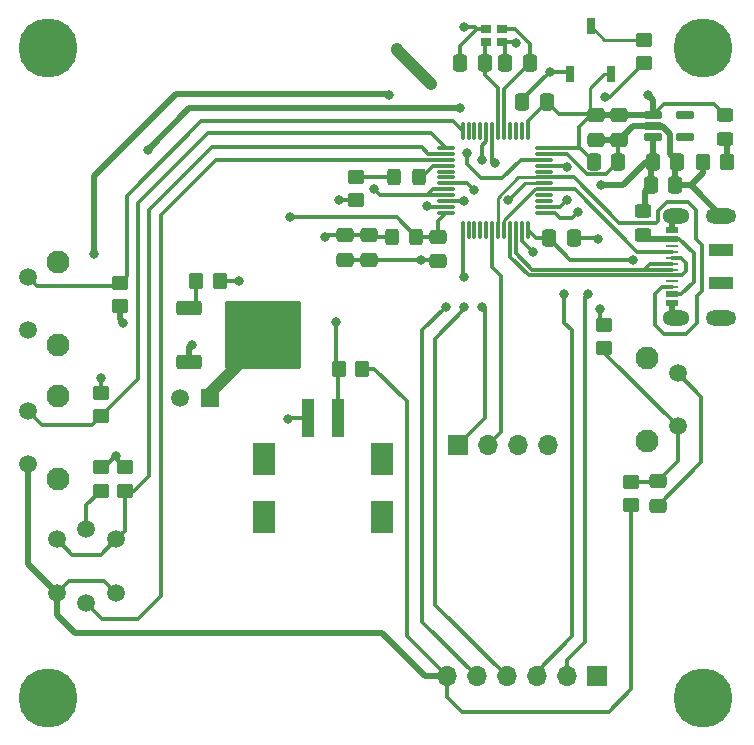
<source format=gbr>
%TF.GenerationSoftware,KiCad,Pcbnew,8.0.3*%
%TF.CreationDate,2024-07-18T14:45:25+02:00*%
%TF.ProjectId,usb-pd-mch-hotplate,7573622d-7064-42d6-9d63-682d686f7470,rev?*%
%TF.SameCoordinates,Original*%
%TF.FileFunction,Copper,L1,Top*%
%TF.FilePolarity,Positive*%
%FSLAX46Y46*%
G04 Gerber Fmt 4.6, Leading zero omitted, Abs format (unit mm)*
G04 Created by KiCad (PCBNEW 8.0.3) date 2024-07-18 14:45:25*
%MOMM*%
%LPD*%
G01*
G04 APERTURE LIST*
G04 Aperture macros list*
%AMRoundRect*
0 Rectangle with rounded corners*
0 $1 Rounding radius*
0 $2 $3 $4 $5 $6 $7 $8 $9 X,Y pos of 4 corners*
0 Add a 4 corners polygon primitive as box body*
4,1,4,$2,$3,$4,$5,$6,$7,$8,$9,$2,$3,0*
0 Add four circle primitives for the rounded corners*
1,1,$1+$1,$2,$3*
1,1,$1+$1,$4,$5*
1,1,$1+$1,$6,$7*
1,1,$1+$1,$8,$9*
0 Add four rect primitives between the rounded corners*
20,1,$1+$1,$2,$3,$4,$5,0*
20,1,$1+$1,$4,$5,$6,$7,0*
20,1,$1+$1,$6,$7,$8,$9,0*
20,1,$1+$1,$8,$9,$2,$3,0*%
G04 Aperture macros list end*
%TA.AperFunction,SMDPad,CuDef*%
%ADD10RoundRect,0.250000X-0.475000X0.337500X-0.475000X-0.337500X0.475000X-0.337500X0.475000X0.337500X0*%
%TD*%
%TA.AperFunction,ComponentPad*%
%ADD11R,1.700000X1.700000*%
%TD*%
%TA.AperFunction,ComponentPad*%
%ADD12O,1.700000X1.700000*%
%TD*%
%TA.AperFunction,SMDPad,CuDef*%
%ADD13RoundRect,0.250000X-0.337500X-0.475000X0.337500X-0.475000X0.337500X0.475000X-0.337500X0.475000X0*%
%TD*%
%TA.AperFunction,SMDPad,CuDef*%
%ADD14RoundRect,0.250000X0.450000X-0.350000X0.450000X0.350000X-0.450000X0.350000X-0.450000X-0.350000X0*%
%TD*%
%TA.AperFunction,SMDPad,CuDef*%
%ADD15RoundRect,0.250000X0.475000X-0.337500X0.475000X0.337500X-0.475000X0.337500X-0.475000X-0.337500X0*%
%TD*%
%TA.AperFunction,ComponentPad*%
%ADD16C,0.800000*%
%TD*%
%TA.AperFunction,ComponentPad*%
%ADD17C,5.000000*%
%TD*%
%TA.AperFunction,SMDPad,CuDef*%
%ADD18RoundRect,0.250000X0.325000X0.450000X-0.325000X0.450000X-0.325000X-0.450000X0.325000X-0.450000X0*%
%TD*%
%TA.AperFunction,ComponentPad*%
%ADD19C,1.500000*%
%TD*%
%TA.AperFunction,ComponentPad*%
%ADD20C,1.950000*%
%TD*%
%TA.AperFunction,SMDPad,CuDef*%
%ADD21RoundRect,0.250000X0.450000X-0.325000X0.450000X0.325000X-0.450000X0.325000X-0.450000X-0.325000X0*%
%TD*%
%TA.AperFunction,SMDPad,CuDef*%
%ADD22RoundRect,0.250000X-0.450000X0.350000X-0.450000X-0.350000X0.450000X-0.350000X0.450000X0.350000X0*%
%TD*%
%TA.AperFunction,SMDPad,CuDef*%
%ADD23RoundRect,0.162500X-0.617500X-0.162500X0.617500X-0.162500X0.617500X0.162500X-0.617500X0.162500X0*%
%TD*%
%TA.AperFunction,SMDPad,CuDef*%
%ADD24RoundRect,0.250000X-0.325000X-0.450000X0.325000X-0.450000X0.325000X0.450000X-0.325000X0.450000X0*%
%TD*%
%TA.AperFunction,SMDPad,CuDef*%
%ADD25R,0.900000X0.800000*%
%TD*%
%TA.AperFunction,SMDPad,CuDef*%
%ADD26R,0.800000X1.400000*%
%TD*%
%TA.AperFunction,ComponentPad*%
%ADD27R,1.500000X1.500000*%
%TD*%
%TA.AperFunction,SMDPad,CuDef*%
%ADD28RoundRect,0.250000X0.350000X0.450000X-0.350000X0.450000X-0.350000X-0.450000X0.350000X-0.450000X0*%
%TD*%
%TA.AperFunction,SMDPad,CuDef*%
%ADD29R,2.000000X1.000000*%
%TD*%
%TA.AperFunction,SMDPad,CuDef*%
%ADD30R,1.000000X0.520000*%
%TD*%
%TA.AperFunction,SMDPad,CuDef*%
%ADD31R,1.000000X0.270000*%
%TD*%
%TA.AperFunction,ComponentPad*%
%ADD32O,2.300000X1.300000*%
%TD*%
%TA.AperFunction,ComponentPad*%
%ADD33O,2.600000X1.300000*%
%TD*%
%TA.AperFunction,SMDPad,CuDef*%
%ADD34RoundRect,0.250000X0.337500X0.475000X-0.337500X0.475000X-0.337500X-0.475000X0.337500X-0.475000X0*%
%TD*%
%TA.AperFunction,SMDPad,CuDef*%
%ADD35R,1.020000X3.200000*%
%TD*%
%TA.AperFunction,SMDPad,CuDef*%
%ADD36R,1.950000X2.700000*%
%TD*%
%TA.AperFunction,SMDPad,CuDef*%
%ADD37RoundRect,0.250000X-0.850000X-0.350000X0.850000X-0.350000X0.850000X0.350000X-0.850000X0.350000X0*%
%TD*%
%TA.AperFunction,SMDPad,CuDef*%
%ADD38RoundRect,0.250000X-1.275000X-1.125000X1.275000X-1.125000X1.275000X1.125000X-1.275000X1.125000X0*%
%TD*%
%TA.AperFunction,SMDPad,CuDef*%
%ADD39RoundRect,0.249997X-2.950003X-2.650003X2.950003X-2.650003X2.950003X2.650003X-2.950003X2.650003X0*%
%TD*%
%TA.AperFunction,SMDPad,CuDef*%
%ADD40RoundRect,0.075000X-0.075000X0.662500X-0.075000X-0.662500X0.075000X-0.662500X0.075000X0.662500X0*%
%TD*%
%TA.AperFunction,SMDPad,CuDef*%
%ADD41RoundRect,0.075000X-0.662500X0.075000X-0.662500X-0.075000X0.662500X-0.075000X0.662500X0.075000X0*%
%TD*%
%TA.AperFunction,ViaPad*%
%ADD42C,0.800000*%
%TD*%
%TA.AperFunction,Conductor*%
%ADD43C,0.300000*%
%TD*%
%TA.AperFunction,Conductor*%
%ADD44C,0.500000*%
%TD*%
%TA.AperFunction,Conductor*%
%ADD45C,0.250000*%
%TD*%
%TA.AperFunction,Conductor*%
%ADD46C,1.000000*%
%TD*%
G04 APERTURE END LIST*
D10*
%TO.P,C5,1*%
%TO.N,+3V3*%
X146700000Y-79562500D03*
%TO.P,C5,2*%
%TO.N,GND*%
X146700000Y-81637500D03*
%TD*%
D11*
%TO.P,J4,1,Pin_1*%
%TO.N,GND*%
X160100000Y-116800000D03*
D12*
%TO.P,J4,2,Pin_2*%
%TO.N,/SWDIO*%
X157560000Y-116800000D03*
%TO.P,J4,3,Pin_3*%
%TO.N,/SWCLK*%
X155020000Y-116800000D03*
%TO.P,J4,4,Pin_4*%
%TO.N,/UART_RX*%
X152480000Y-116800000D03*
%TO.P,J4,5,Pin_5*%
%TO.N,/UART_TX*%
X149940000Y-116800000D03*
%TO.P,J4,6,Pin_6*%
%TO.N,+3V3*%
X147400000Y-116800000D03*
%TD*%
D13*
%TO.P,C4,1*%
%TO.N,+3V3*%
X156062500Y-79700000D03*
%TO.P,C4,2*%
%TO.N,GND*%
X158137500Y-79700000D03*
%TD*%
D14*
%TO.P,R10,1*%
%TO.N,GND*%
X119700000Y-85450000D03*
%TO.P,R10,2*%
%TO.N,/BTN_UP*%
X119700000Y-83450000D03*
%TD*%
D15*
%TO.P,C1,1*%
%TO.N,GND*%
X160000000Y-71337500D03*
%TO.P,C1,2*%
%TO.N,+3V3*%
X160000000Y-69262500D03*
%TD*%
D16*
%TO.P,H3,1,1*%
%TO.N,GND*%
X111725000Y-118600000D03*
X112274175Y-117274175D03*
X112274175Y-119925825D03*
X113600000Y-116725000D03*
D17*
X113600000Y-118600000D03*
D16*
X113600000Y-120475000D03*
X114925825Y-117274175D03*
X114925825Y-119925825D03*
X115475000Y-118600000D03*
%TD*%
D15*
%TO.P,C12,1*%
%TO.N,GND*%
X162000000Y-71337500D03*
%TO.P,C12,2*%
%TO.N,+3V3*%
X162000000Y-69262500D03*
%TD*%
D18*
%TO.P,L1,1*%
%TO.N,+3V3*%
X144825000Y-79600000D03*
%TO.P,L1,2*%
%TO.N,+3.3VA*%
X142775000Y-79600000D03*
%TD*%
D16*
%TO.P,H1,1,1*%
%TO.N,GND*%
X167225000Y-63600000D03*
X167774175Y-62274175D03*
X167774175Y-64925825D03*
X169100000Y-61725000D03*
D17*
X169100000Y-63600000D03*
D16*
X169100000Y-65475000D03*
X170425825Y-62274175D03*
X170425825Y-64925825D03*
X170975000Y-63600000D03*
%TD*%
%TO.P,H4,1,1*%
%TO.N,GND*%
X167225000Y-118600000D03*
X167774175Y-117274175D03*
X167774175Y-119925825D03*
X169100000Y-116725000D03*
D17*
X169100000Y-118600000D03*
D16*
X169100000Y-120475000D03*
X170425825Y-117274175D03*
X170425825Y-119925825D03*
X170975000Y-118600000D03*
%TD*%
D13*
%TO.P,C2,1*%
%TO.N,VBUS*%
X164662500Y-75200000D03*
%TO.P,C2,2*%
%TO.N,GND*%
X166737500Y-75200000D03*
%TD*%
D10*
%TO.P,C11,1*%
%TO.N,Net-(C11-Pad1)*%
X165250000Y-100262500D03*
%TO.P,C11,2*%
%TO.N,GND*%
X165250000Y-102337500D03*
%TD*%
D13*
%TO.P,C3,1*%
%TO.N,+3V3*%
X159862500Y-73200000D03*
%TO.P,C3,2*%
%TO.N,GND*%
X161937500Y-73200000D03*
%TD*%
D19*
%TO.P,BTN_UP,1,1*%
%TO.N,/BTN_UP*%
X111950000Y-82950000D03*
%TO.P,BTN_UP,2,2*%
%TO.N,+3V3*%
X111950000Y-87450000D03*
D20*
%TO.P,BTN_UP,MH1*%
%TO.N,N/C*%
X114500000Y-81700000D03*
%TO.P,BTN_UP,MH2*%
X114500000Y-88700000D03*
%TD*%
D19*
%TO.P,BTN_STARTSTOP,1*%
%TO.N,/BTN_START_STOP*%
X114400000Y-105200000D03*
%TO.P,BTN_STARTSTOP,2*%
X119400000Y-105200000D03*
%TO.P,BTN_STARTSTOP,3*%
%TO.N,+3V3*%
X114400000Y-109700000D03*
%TO.P,BTN_STARTSTOP,4*%
X119400000Y-109700000D03*
%TO.P,BTN_STARTSTOP,5,K*%
%TO.N,Net-(S1-K)*%
X116900000Y-104300000D03*
%TO.P,BTN_STARTSTOP,6,A*%
%TO.N,/LED_START_STOP*%
X116900000Y-110600000D03*
%TD*%
D21*
%TO.P,D2,1,K*%
%TO.N,Net-(D2-K)*%
X171000000Y-71325000D03*
%TO.P,D2,2,A*%
%TO.N,+3V3*%
X171000000Y-69275000D03*
%TD*%
D22*
%TO.P,R4,1*%
%TO.N,Net-(D1-K)*%
X139700000Y-74500000D03*
%TO.P,R4,2*%
%TO.N,GND*%
X139700000Y-76500000D03*
%TD*%
D23*
%TO.P,U3,1,OUT*%
%TO.N,+3V3*%
X164850000Y-69250000D03*
%TO.P,U3,2,GND*%
%TO.N,GND*%
X164850000Y-70200000D03*
%TO.P,U3,3,IN*%
%TO.N,VBUS*%
X164850000Y-71150000D03*
%TO.P,U3,4*%
%TO.N,N/C*%
X167550000Y-71150000D03*
%TO.P,U3,5*%
X167550000Y-69250000D03*
%TD*%
D24*
%TO.P,D1,1,K*%
%TO.N,Net-(D1-K)*%
X142975000Y-74500000D03*
%TO.P,D1,2,A*%
%TO.N,/LED_OUT*%
X145025000Y-74500000D03*
%TD*%
D21*
%TO.P,FB1,1*%
%TO.N,Net-(FB1-Pad1)*%
X164000000Y-79425000D03*
%TO.P,FB1,2*%
%TO.N,VBUS*%
X164000000Y-77375000D03*
%TD*%
D25*
%TO.P,Y1,1,1*%
%TO.N,/CLK0*%
X152100000Y-62000000D03*
%TO.P,Y1,2,2*%
%TO.N,GND*%
X150700000Y-62000000D03*
%TO.P,Y1,3,3*%
%TO.N,/CLK1*%
X150700000Y-63100000D03*
%TO.P,Y1,4,4*%
%TO.N,GND*%
X152100000Y-63100000D03*
%TD*%
D26*
%TO.P,SW1,1,A*%
%TO.N,GND*%
X157850000Y-65750000D03*
%TO.P,SW1,2,B*%
%TO.N,Net-(SW1-B)*%
X159600000Y-61750000D03*
%TO.P,SW1,3,C*%
%TO.N,+3V3*%
X161350000Y-65750000D03*
%TD*%
D19*
%TO.P,RESET,1,1*%
%TO.N,Net-(C11-Pad1)*%
X166940000Y-95600000D03*
%TO.P,RESET,2,2*%
%TO.N,GND*%
X166940000Y-91100000D03*
D20*
%TO.P,RESET,MH1*%
%TO.N,N/C*%
X164390000Y-96850000D03*
%TO.P,RESET,MH2*%
X164390000Y-89850000D03*
%TD*%
D22*
%TO.P,R7,1*%
%TO.N,Net-(SW1-B)*%
X164100000Y-62900000D03*
%TO.P,R7,2*%
%TO.N,/BOOT*%
X164100000Y-64900000D03*
%TD*%
%TO.P,R11,1*%
%TO.N,GND*%
X118120000Y-92760000D03*
%TO.P,R11,2*%
%TO.N,/BTN_DOWN*%
X118120000Y-94760000D03*
%TD*%
D27*
%TO.P,J6,1,Pin_1*%
%TO.N,Net-(J6-Pin_1)*%
X127400000Y-93200000D03*
D19*
%TO.P,J6,2,Pin_2*%
%TO.N,VBUS*%
X124860000Y-93200000D03*
%TD*%
D10*
%TO.P,C10,1*%
%TO.N,+3.3VA*%
X138800000Y-79462500D03*
%TO.P,C10,2*%
%TO.N,GND*%
X138800000Y-81537500D03*
%TD*%
D13*
%TO.P,C13,1*%
%TO.N,VBUS*%
X164862500Y-73200000D03*
%TO.P,C13,2*%
%TO.N,GND*%
X166937500Y-73200000D03*
%TD*%
D14*
%TO.P,R9,1*%
%TO.N,+3V3*%
X163000000Y-102300000D03*
%TO.P,R9,2*%
%TO.N,Net-(C11-Pad1)*%
X163000000Y-100300000D03*
%TD*%
D16*
%TO.P,H2,1,1*%
%TO.N,GND*%
X111725000Y-63600000D03*
X112274175Y-62274175D03*
X112274175Y-64925825D03*
X113600000Y-61725000D03*
D17*
X113600000Y-63600000D03*
D16*
X113600000Y-65475000D03*
X114925825Y-62274175D03*
X114925825Y-64925825D03*
X115475000Y-63600000D03*
%TD*%
D28*
%TO.P,R3,1*%
%TO.N,+3V3*%
X140250000Y-90750000D03*
%TO.P,R3,2*%
%TO.N,/ADC_TERMO_SENSOR*%
X138250000Y-90750000D03*
%TD*%
D10*
%TO.P,C9,1*%
%TO.N,+3.3VA*%
X140800000Y-79462500D03*
%TO.P,C9,2*%
%TO.N,GND*%
X140800000Y-81537500D03*
%TD*%
D28*
%TO.P,R6,1*%
%TO.N,/MCH_CONTROL*%
X128200000Y-83300000D03*
%TO.P,R6,2*%
%TO.N,Net-(Q1-G)*%
X126200000Y-83300000D03*
%TD*%
D29*
%TO.P,J2,*%
%TO.N,*%
X170650000Y-83500000D03*
X170650000Y-80700000D03*
D30*
%TO.P,J2,A1,GND*%
%TO.N,GND*%
X166450000Y-85200000D03*
%TO.P,J2,A4,VBUS*%
%TO.N,Net-(FB1-Pad1)*%
X166450000Y-84450000D03*
D31*
%TO.P,J2,A5,CC1*%
%TO.N,/USB_CC1*%
X166450000Y-83850000D03*
%TO.P,J2,A6,D+*%
%TO.N,/USB_D+*%
X166450000Y-82350000D03*
%TO.P,J2,A7,D-*%
%TO.N,/USB_D-*%
X166450000Y-81350000D03*
%TO.P,J2,A8,SBU1*%
%TO.N,unconnected-(J2-SBU1-PadA8)*%
X166450000Y-80350000D03*
D30*
%TO.P,J2,A9,VBUS*%
%TO.N,Net-(FB1-Pad1)*%
X166450000Y-79750000D03*
%TO.P,J2,A12,GND*%
%TO.N,GND*%
X166450000Y-79000000D03*
%TO.P,J2,B1,GND*%
X166450000Y-79000000D03*
%TO.P,J2,B4,VBUS*%
%TO.N,Net-(FB1-Pad1)*%
X166450000Y-79750000D03*
D31*
%TO.P,J2,B5,CC2*%
%TO.N,/USB_CC2*%
X166450000Y-80850000D03*
%TO.P,J2,B6,D+*%
%TO.N,/USB_D+*%
X166450000Y-81850000D03*
%TO.P,J2,B7,D-*%
%TO.N,/USB_D-*%
X166450000Y-82850000D03*
%TO.P,J2,B8,SBU2*%
%TO.N,unconnected-(J2-SBU2-PadB8)*%
X166450000Y-83350000D03*
D30*
%TO.P,J2,B9,VBUS*%
%TO.N,Net-(FB1-Pad1)*%
X166450000Y-84450000D03*
%TO.P,J2,B12,GND*%
%TO.N,GND*%
X166450000Y-85200000D03*
D32*
%TO.P,J2,S1,SHIELD*%
X166825000Y-86420000D03*
D33*
X170650000Y-86420000D03*
D32*
X166825000Y-77780000D03*
D33*
X170650000Y-77780000D03*
%TD*%
D34*
%TO.P,C7,1*%
%TO.N,/CLK0*%
X154437500Y-64850000D03*
%TO.P,C7,2*%
%TO.N,GND*%
X152362500Y-64850000D03*
%TD*%
D35*
%TO.P,J1,1,Pin_1*%
%TO.N,GND*%
X135630000Y-94950000D03*
%TO.P,J1,2,Pin_2*%
%TO.N,/ADC_TERMO_SENSOR*%
X138170000Y-94950000D03*
D36*
%TO.P,J1,MP1*%
%TO.N,N/C*%
X131905000Y-98400000D03*
%TO.P,J1,MP2*%
X131905000Y-103300000D03*
%TO.P,J1,MP3*%
X141895000Y-98400000D03*
%TO.P,J1,MP4*%
X141895000Y-103300000D03*
%TD*%
D28*
%TO.P,R5,1*%
%TO.N,Net-(D2-K)*%
X171100000Y-73200000D03*
%TO.P,R5,2*%
%TO.N,GND*%
X169100000Y-73200000D03*
%TD*%
D34*
%TO.P,C6,1*%
%TO.N,+3V3*%
X155887500Y-68150000D03*
%TO.P,C6,2*%
%TO.N,GND*%
X153812500Y-68150000D03*
%TD*%
D11*
%TO.P,J8,1,Pin_1*%
%TO.N,/DISP_I2C_SDA*%
X148320000Y-97200000D03*
D12*
%TO.P,J8,2,Pin_2*%
%TO.N,/DISP_I2C_SCL*%
X150860000Y-97200000D03*
%TO.P,J8,3,Pin_3*%
%TO.N,GND*%
X153400000Y-97200000D03*
%TO.P,J8,4,Pin_4*%
%TO.N,+3V3*%
X155940000Y-97200000D03*
%TD*%
D22*
%TO.P,R2,1*%
%TO.N,GND*%
X118120000Y-99100000D03*
%TO.P,R2,2*%
%TO.N,Net-(S1-K)*%
X118120000Y-101100000D03*
%TD*%
D19*
%TO.P,BTN_DOWN,1,1*%
%TO.N,/BTN_DOWN*%
X111950000Y-94300000D03*
%TO.P,BTN_DOWN,2,2*%
%TO.N,+3V3*%
X111950000Y-98800000D03*
D20*
%TO.P,BTN_DOWN,MH1*%
%TO.N,N/C*%
X114500000Y-93050000D03*
%TO.P,BTN_DOWN,MH2*%
X114500000Y-100050000D03*
%TD*%
D37*
%TO.P,Q1,1,G*%
%TO.N,Net-(Q1-G)*%
X125560000Y-85620000D03*
D38*
%TO.P,Q1,2,D*%
%TO.N,Net-(J6-Pin_1)*%
X130185000Y-86375000D03*
X130185000Y-89425000D03*
D39*
X131860000Y-87900000D03*
D38*
X133535000Y-86375000D03*
X133535000Y-89425000D03*
D37*
%TO.P,Q1,3,S*%
%TO.N,GND*%
X125560000Y-90180000D03*
%TD*%
D40*
%TO.P,U1,1,VBAT*%
%TO.N,+3V3*%
X154250000Y-70637500D03*
%TO.P,U1,2,PC13*%
%TO.N,unconnected-(U1-PC13-Pad2)*%
X153750000Y-70637500D03*
%TO.P,U1,3,PC14*%
%TO.N,unconnected-(U1-PC14-Pad3)*%
X153250000Y-70637500D03*
%TO.P,U1,4,PC15*%
%TO.N,unconnected-(U1-PC15-Pad4)*%
X152750000Y-70637500D03*
%TO.P,U1,5,PF0*%
%TO.N,/CLK0*%
X152250000Y-70637500D03*
%TO.P,U1,6,PF1*%
%TO.N,/CLK1*%
X151750000Y-70637500D03*
%TO.P,U1,7,PG10*%
%TO.N,/RESET*%
X151250000Y-70637500D03*
%TO.P,U1,8,PA0*%
%TO.N,/ADC_TERMO_SENSOR*%
X150750000Y-70637500D03*
%TO.P,U1,9,PA1*%
%TO.N,unconnected-(U1-PA1-Pad9)*%
X150250000Y-70637500D03*
%TO.P,U1,10,PA2*%
%TO.N,unconnected-(U1-PA2-Pad10)*%
X149750000Y-70637500D03*
%TO.P,U1,11,PA3*%
%TO.N,unconnected-(U1-PA3-Pad11)*%
X149250000Y-70637500D03*
%TO.P,U1,12,PA4*%
%TO.N,/BTN_UP*%
X148750000Y-70637500D03*
D41*
%TO.P,U1,13,PA5*%
%TO.N,/BTN_DOWN*%
X147337500Y-72050000D03*
%TO.P,U1,14,PA6*%
%TO.N,/BTN_START_STOP*%
X147337500Y-72550000D03*
%TO.P,U1,15,PA7*%
%TO.N,/LED_START_STOP*%
X147337500Y-73050000D03*
%TO.P,U1,16,PB0*%
%TO.N,/LED_OUT*%
X147337500Y-73550000D03*
%TO.P,U1,17,PB1*%
%TO.N,unconnected-(U1-PB1-Pad17)*%
X147337500Y-74050000D03*
%TO.P,U1,18,PB2*%
%TO.N,unconnected-(U1-PB2-Pad18)*%
X147337500Y-74550000D03*
%TO.P,U1,19,VSSA*%
%TO.N,GND*%
X147337500Y-75050000D03*
%TO.P,U1,20,VREF+*%
%TO.N,+3.3VA*%
X147337500Y-75550000D03*
%TO.P,U1,21,VDDA*%
X147337500Y-76050000D03*
%TO.P,U1,22,PB10*%
%TO.N,/UART_TX*%
X147337500Y-76550000D03*
%TO.P,U1,23,VSS*%
%TO.N,GND*%
X147337500Y-77050000D03*
%TO.P,U1,24,VDD*%
%TO.N,+3V3*%
X147337500Y-77550000D03*
D40*
%TO.P,U1,25,PB11*%
%TO.N,/UART_RX*%
X148750000Y-78962500D03*
%TO.P,U1,26,PB12*%
%TO.N,unconnected-(U1-PB12-Pad26)*%
X149250000Y-78962500D03*
%TO.P,U1,27,PB13*%
%TO.N,unconnected-(U1-PB13-Pad27)*%
X149750000Y-78962500D03*
%TO.P,U1,28,PB14*%
%TO.N,unconnected-(U1-PB14-Pad28)*%
X150250000Y-78962500D03*
%TO.P,U1,29,PB15*%
%TO.N,unconnected-(U1-PB15-Pad29)*%
X150750000Y-78962500D03*
%TO.P,U1,30,PA8*%
%TO.N,/DISP_I2C_SCL*%
X151250000Y-78962500D03*
%TO.P,U1,31,PA9*%
%TO.N,/USB_CC1*%
X151750000Y-78962500D03*
%TO.P,U1,32,PA10*%
%TO.N,/USB_CC2*%
X152250000Y-78962500D03*
%TO.P,U1,33,PA11*%
%TO.N,/USB_D-*%
X152750000Y-78962500D03*
%TO.P,U1,34,PA12*%
%TO.N,/USB_D+*%
X153250000Y-78962500D03*
%TO.P,U1,35,VSS*%
%TO.N,GND*%
X153750000Y-78962500D03*
%TO.P,U1,36,VDD*%
%TO.N,+3V3*%
X154250000Y-78962500D03*
D41*
%TO.P,U1,37,PA13*%
%TO.N,/SWDIO*%
X155662500Y-77550000D03*
%TO.P,U1,38,PA14*%
%TO.N,/SWCLK*%
X155662500Y-77050000D03*
%TO.P,U1,39,PA15*%
%TO.N,unconnected-(U1-PA15-Pad39)*%
X155662500Y-76550000D03*
%TO.P,U1,40,PB3*%
%TO.N,unconnected-(U1-PB3-Pad40)*%
X155662500Y-76050000D03*
%TO.P,U1,41,PB4*%
%TO.N,/USB_CC2*%
X155662500Y-75550000D03*
%TO.P,U1,42,PB5*%
%TO.N,/DISP_I2C_SDA*%
X155662500Y-75050000D03*
%TO.P,U1,43,PB6*%
%TO.N,/USB_CC1*%
X155662500Y-74550000D03*
%TO.P,U1,44,PB7*%
%TO.N,unconnected-(U1-PB7-Pad44)*%
X155662500Y-74050000D03*
%TO.P,U1,45,PB8*%
%TO.N,/BOOT*%
X155662500Y-73550000D03*
%TO.P,U1,46,PB9*%
%TO.N,/MCH_CONTROL*%
X155662500Y-73050000D03*
%TO.P,U1,47,VSS*%
%TO.N,GND*%
X155662500Y-72550000D03*
%TO.P,U1,48,VDD*%
%TO.N,+3V3*%
X155662500Y-72050000D03*
%TD*%
D22*
%TO.P,R1,1*%
%TO.N,GND*%
X120120000Y-99100000D03*
%TO.P,R1,2*%
%TO.N,/BTN_START_STOP*%
X120120000Y-101100000D03*
%TD*%
D34*
%TO.P,C8,1*%
%TO.N,/CLK1*%
X150637500Y-64850000D03*
%TO.P,C8,2*%
%TO.N,GND*%
X148562500Y-64850000D03*
%TD*%
D14*
%TO.P,R8,1*%
%TO.N,Net-(C11-Pad1)*%
X160750000Y-89000000D03*
%TO.P,R8,2*%
%TO.N,/RESET*%
X160750000Y-87000000D03*
%TD*%
D42*
%TO.N,+3V3*%
X117500000Y-81000000D03*
X163200000Y-81550000D03*
X142550000Y-67550000D03*
X134160000Y-77930000D03*
X164400000Y-67550000D03*
%TO.N,VBUS*%
X122100000Y-72200000D03*
X160500000Y-75150000D03*
X148500000Y-68700000D03*
%TO.N,+3.3VA*%
X141250000Y-75550000D03*
X137100000Y-79550000D03*
%TO.N,/UART_TX*%
X147350000Y-85500000D03*
X148850000Y-76550000D03*
%TO.N,/UART_RX*%
X148900000Y-85550000D03*
X148850000Y-83000000D03*
%TO.N,GND*%
X160250000Y-79800000D03*
X145750000Y-77000000D03*
X119400000Y-98100000D03*
X154700000Y-80900000D03*
X148900000Y-61850000D03*
X125800000Y-88700000D03*
X156150000Y-65600000D03*
X145250000Y-81550000D03*
X143150000Y-63700000D03*
X138300000Y-76500000D03*
X134000000Y-95000000D03*
X120000000Y-86850000D03*
X153269669Y-63180331D03*
X146050000Y-66650000D03*
X118120000Y-91530000D03*
X149750000Y-75650000D03*
%TO.N,/BOOT*%
X157600000Y-73700000D03*
X160800000Y-67750000D03*
%TO.N,/RESET*%
X160400000Y-85700000D03*
X151450000Y-73350000D03*
%TO.N,/SWDIO*%
X158550000Y-77450000D03*
X159350000Y-84450000D03*
%TO.N,/SWCLK*%
X157350000Y-84400000D03*
X157550000Y-76450000D03*
%TO.N,/DISP_I2C_SDA*%
X150400000Y-85500000D03*
X152600000Y-76500000D03*
%TO.N,/MCH_CONTROL*%
X149150000Y-72450000D03*
X129850000Y-83300000D03*
%TO.N,/ADC_TERMO_SENSOR*%
X150350000Y-73050000D03*
X138050000Y-86750000D03*
%TD*%
D43*
%TO.N,+3V3*%
X170025000Y-68300000D02*
X171000000Y-69275000D01*
X161100000Y-119800000D02*
X163000000Y-117900000D01*
X155887500Y-68150000D02*
X156887500Y-69150000D01*
D44*
X124450000Y-67450000D02*
X117500000Y-74400000D01*
D45*
X159500000Y-68762500D02*
X160000000Y-69262500D01*
D43*
X160000000Y-69262500D02*
X159637500Y-69262500D01*
D44*
X115950000Y-113150000D02*
X141900000Y-113150000D01*
D43*
X146637500Y-78250000D02*
X147337500Y-77550000D01*
D44*
X114400000Y-109700000D02*
X111950000Y-107250000D01*
D45*
X159500000Y-67000000D02*
X159500000Y-68762500D01*
D44*
X162000000Y-69262500D02*
X164837500Y-69262500D01*
D45*
X161350000Y-65750000D02*
X160750000Y-65750000D01*
D44*
X145550000Y-116800000D02*
X147400000Y-116800000D01*
D43*
X163200000Y-81550000D02*
X163150000Y-81500000D01*
D44*
X114400000Y-109700000D02*
X114400000Y-111600000D01*
D43*
X144000000Y-113400000D02*
X147400000Y-116800000D01*
X156062500Y-79290620D02*
X156062500Y-79700000D01*
D44*
X112100000Y-98950000D02*
X111950000Y-98800000D01*
D43*
X146637500Y-79400000D02*
X146637500Y-78250000D01*
X114400000Y-109700000D02*
X115400000Y-108700000D01*
X118400000Y-108700000D02*
X119400000Y-109700000D01*
X154987500Y-79700000D02*
X154250000Y-78962500D01*
X146637500Y-79400000D02*
X146637500Y-79837500D01*
X141250000Y-90750000D02*
X144000000Y-93500000D01*
X154250000Y-69787500D02*
X155887500Y-68150000D01*
X146700000Y-79562500D02*
X144862500Y-79562500D01*
X158600000Y-71937500D02*
X159862500Y-73200000D01*
X158712500Y-72050000D02*
X155662500Y-72050000D01*
X163000000Y-117900000D02*
X163000000Y-102300000D01*
X146637500Y-79400000D02*
X146800000Y-79400000D01*
X147400000Y-118500000D02*
X148700000Y-119800000D01*
X164850000Y-69250000D02*
X165800000Y-68300000D01*
X157862500Y-81500000D02*
X156062500Y-79700000D01*
X159637500Y-69262500D02*
X158600000Y-70300000D01*
X144862500Y-79562500D02*
X144825000Y-79600000D01*
X156062500Y-79700000D02*
X154987500Y-79700000D01*
D44*
X114400000Y-111600000D02*
X115950000Y-113150000D01*
X160000000Y-69262500D02*
X162000000Y-69262500D01*
X117500000Y-74400000D02*
X117500000Y-81000000D01*
X164400000Y-67550000D02*
X164850000Y-68000000D01*
X111950000Y-107250000D02*
X111950000Y-98800000D01*
D43*
X134160000Y-77930000D02*
X143155000Y-77930000D01*
D44*
X164837500Y-69262500D02*
X164850000Y-69250000D01*
D43*
X148700000Y-119800000D02*
X161100000Y-119800000D01*
X147400000Y-116800000D02*
X147400000Y-118500000D01*
X142550000Y-67550000D02*
X142450000Y-67450000D01*
X143155000Y-77930000D02*
X144825000Y-79600000D01*
X159600000Y-68862500D02*
X160000000Y-69262500D01*
X163150000Y-81500000D02*
X157862500Y-81500000D01*
X165800000Y-68300000D02*
X170025000Y-68300000D01*
X159862500Y-73200000D02*
X158712500Y-72050000D01*
D45*
X160750000Y-65750000D02*
X159500000Y-67000000D01*
D43*
X115400000Y-108700000D02*
X118400000Y-108700000D01*
X159887500Y-69150000D02*
X160000000Y-69262500D01*
D44*
X164850000Y-68000000D02*
X164850000Y-69250000D01*
X141900000Y-113150000D02*
X145550000Y-116800000D01*
D43*
X154250000Y-70637500D02*
X154250000Y-69787500D01*
X156887500Y-69150000D02*
X159887500Y-69150000D01*
X144000000Y-93500000D02*
X144000000Y-113400000D01*
X158600000Y-70300000D02*
X158600000Y-71937500D01*
D44*
X142450000Y-67450000D02*
X124450000Y-67450000D01*
D43*
X140250000Y-90750000D02*
X141250000Y-90750000D01*
D44*
%TO.N,VBUS*%
X148500000Y-68700000D02*
X125600000Y-68700000D01*
X164200000Y-75662500D02*
X164662500Y-75200000D01*
X164862500Y-73200000D02*
X164862500Y-71162500D01*
X164200000Y-77375000D02*
X164200000Y-75662500D01*
X162350000Y-75150000D02*
X164300000Y-73200000D01*
X125600000Y-68700000D02*
X122100000Y-72200000D01*
X164662500Y-73400000D02*
X164862500Y-73200000D01*
X164862500Y-71162500D02*
X164850000Y-71150000D01*
X164662500Y-75200000D02*
X164662500Y-73400000D01*
X160500000Y-75150000D02*
X162350000Y-75150000D01*
X164300000Y-73200000D02*
X164862500Y-73200000D01*
D43*
%TO.N,+3.3VA*%
X141750000Y-76050000D02*
X147337500Y-76050000D01*
X145750000Y-76050000D02*
X146250000Y-75550000D01*
X140800000Y-79462500D02*
X138800000Y-79462500D01*
X146250000Y-75550000D02*
X147337500Y-75550000D01*
X140937500Y-79600000D02*
X140800000Y-79462500D01*
X137187500Y-79462500D02*
X137100000Y-79550000D01*
X141250000Y-75550000D02*
X141750000Y-76050000D01*
X142775000Y-79600000D02*
X140937500Y-79600000D01*
X141750000Y-76050000D02*
X145750000Y-76050000D01*
X138800000Y-79462500D02*
X137187500Y-79462500D01*
%TO.N,Net-(D1-K)*%
X139700000Y-74500000D02*
X142975000Y-74500000D01*
D44*
%TO.N,Net-(D2-K)*%
X171100000Y-71425000D02*
X171000000Y-71325000D01*
X171100000Y-73200000D02*
X171100000Y-71425000D01*
X170975000Y-71325000D02*
X171000000Y-71325000D01*
D43*
%TO.N,Net-(S1-K)*%
X116900000Y-104300000D02*
X116900000Y-102320000D01*
X116900000Y-102320000D02*
X118120000Y-101100000D01*
%TO.N,/UART_TX*%
X147350000Y-85500000D02*
X147300000Y-85500000D01*
X148850000Y-76550000D02*
X147337500Y-76550000D01*
X145300000Y-112160000D02*
X149940000Y-116800000D01*
X147300000Y-85500000D02*
X145300000Y-87500000D01*
X145300000Y-87500000D02*
X145300000Y-112160000D01*
%TO.N,/UART_RX*%
X148750000Y-82900000D02*
X148750000Y-78962500D01*
X148850000Y-83000000D02*
X148750000Y-82900000D01*
X146400000Y-88200000D02*
X146400000Y-110720000D01*
X146400000Y-110720000D02*
X152480000Y-116800000D01*
X148900000Y-85700000D02*
X146400000Y-88200000D01*
X148900000Y-85550000D02*
X148900000Y-85700000D01*
D46*
%TO.N,Net-(J6-Pin_1)*%
X127400000Y-93200000D02*
X127400000Y-92800000D01*
X127400000Y-92800000D02*
X130185000Y-90015000D01*
X130185000Y-90015000D02*
X130185000Y-89425000D01*
D43*
%TO.N,Net-(Q1-G)*%
X126200000Y-84980000D02*
X126200000Y-83300000D01*
X125560000Y-85620000D02*
X126200000Y-84980000D01*
%TO.N,Net-(C11-Pad1)*%
X166940000Y-95600000D02*
X160750000Y-89410000D01*
X160750000Y-89410000D02*
X160750000Y-89000000D01*
X165212500Y-100300000D02*
X165250000Y-100262500D01*
X165250000Y-100262500D02*
X166940000Y-98572500D01*
X163000000Y-100300000D02*
X165212500Y-100300000D01*
X166940000Y-98572500D02*
X166940000Y-95600000D01*
D45*
%TO.N,Net-(SW1-B)*%
X160750000Y-62900000D02*
X159600000Y-61750000D01*
X164100000Y-62900000D02*
X160750000Y-62900000D01*
D44*
%TO.N,GND*%
X168435000Y-75565000D02*
X170650000Y-77780000D01*
D43*
X138800000Y-81537500D02*
X140800000Y-81537500D01*
X168950000Y-93110000D02*
X166940000Y-91100000D01*
D44*
X168070000Y-75200000D02*
X168435000Y-75565000D01*
D46*
X143150000Y-63700000D02*
X143150000Y-63750000D01*
D44*
X168070000Y-75200000D02*
X169100000Y-74170000D01*
D43*
X152362500Y-63362500D02*
X152100000Y-63100000D01*
D44*
X166300000Y-72562500D02*
X166937500Y-73200000D01*
X119700000Y-85450000D02*
X119700000Y-86550000D01*
D43*
X153269669Y-63180331D02*
X153189338Y-63100000D01*
X168950000Y-98637500D02*
X168950000Y-93110000D01*
X145262500Y-81537500D02*
X146600000Y-81537500D01*
D44*
X125560000Y-90180000D02*
X125560000Y-88940000D01*
D43*
X135630000Y-94950000D02*
X134050000Y-94950000D01*
D44*
X162000000Y-71337500D02*
X160000000Y-71337500D01*
X162000000Y-71337500D02*
X163137500Y-70200000D01*
D43*
X149150000Y-75050000D02*
X147337500Y-75050000D01*
X119400000Y-98380000D02*
X120120000Y-99100000D01*
D44*
X166450000Y-86045000D02*
X166825000Y-86420000D01*
X166737500Y-75200000D02*
X168070000Y-75200000D01*
X169100000Y-74170000D02*
X169100000Y-73200000D01*
D43*
X145800000Y-77050000D02*
X147337500Y-77050000D01*
X153750000Y-79950000D02*
X153750000Y-78962500D01*
X155662500Y-72550000D02*
X157544544Y-72550000D01*
X148562500Y-64850000D02*
X148562500Y-63387500D01*
D44*
X166450000Y-79000000D02*
X166450000Y-78155000D01*
X164850000Y-70200000D02*
X165629999Y-70200000D01*
D43*
X156150000Y-65600000D02*
X153812500Y-67937500D01*
X119400000Y-98100000D02*
X118400000Y-99100000D01*
X157544544Y-72550000D02*
X159269544Y-74275000D01*
D44*
X125560000Y-88940000D02*
X125800000Y-88700000D01*
X166450000Y-85200000D02*
X166450000Y-86045000D01*
D43*
X118120000Y-91530000D02*
X118120000Y-92760000D01*
X159269544Y-74275000D02*
X160862500Y-74275000D01*
D44*
X119700000Y-86550000D02*
X120000000Y-86850000D01*
D43*
X148562500Y-63387500D02*
X149950000Y-62000000D01*
X140800000Y-81537500D02*
X145237500Y-81537500D01*
X165250000Y-102337500D02*
X168950000Y-98637500D01*
X153812500Y-67937500D02*
X153812500Y-68150000D01*
D46*
X143150000Y-63750000D02*
X146050000Y-66650000D01*
D43*
X157700000Y-65600000D02*
X157850000Y-65750000D01*
D44*
X166400000Y-86375000D02*
X166175000Y-86600000D01*
D43*
X160150000Y-79700000D02*
X160250000Y-79800000D01*
D44*
X166737500Y-75200000D02*
X166737500Y-73400000D01*
D43*
X145750000Y-77000000D02*
X145800000Y-77050000D01*
X161937500Y-73200000D02*
X161937500Y-71400000D01*
D44*
X166450000Y-78155000D02*
X166825000Y-77780000D01*
D43*
X160862500Y-74275000D02*
X161937500Y-73200000D01*
X118400000Y-99100000D02*
X118120000Y-99100000D01*
X146600000Y-81537500D02*
X146700000Y-81637500D01*
X149750000Y-75650000D02*
X149150000Y-75050000D01*
X149950000Y-62000000D02*
X150700000Y-62000000D01*
X138300000Y-76500000D02*
X139700000Y-76500000D01*
X158137500Y-79700000D02*
X160150000Y-79700000D01*
X149950000Y-62000000D02*
X149800000Y-61850000D01*
X145237500Y-81537500D02*
X145250000Y-81550000D01*
D44*
X166737500Y-73400000D02*
X166937500Y-73200000D01*
D43*
X154700000Y-80900000D02*
X153750000Y-79950000D01*
D44*
X165629999Y-70200000D02*
X166300000Y-70870001D01*
D43*
X153189338Y-63100000D02*
X152100000Y-63100000D01*
X119400000Y-98100000D02*
X119400000Y-98380000D01*
X145250000Y-81550000D02*
X145262500Y-81537500D01*
D44*
X163137500Y-70200000D02*
X164850000Y-70200000D01*
D43*
X161937500Y-71400000D02*
X162000000Y-71337500D01*
X152362500Y-64850000D02*
X152362500Y-63362500D01*
D44*
X166300000Y-70870001D02*
X166300000Y-72562500D01*
D43*
X149800000Y-61850000D02*
X148900000Y-61850000D01*
X134050000Y-94950000D02*
X134000000Y-95000000D01*
X156050000Y-65600000D02*
X157700000Y-65600000D01*
%TO.N,/CLK0*%
X153150000Y-62000000D02*
X152100000Y-62000000D01*
X154437500Y-64850000D02*
X154437500Y-63287500D01*
X154437500Y-63287500D02*
X153150000Y-62000000D01*
X152250000Y-67037500D02*
X154437500Y-64850000D01*
X152250000Y-70637500D02*
X152250000Y-67037500D01*
%TO.N,/CLK1*%
X150637500Y-65837500D02*
X150637500Y-64850000D01*
X151750000Y-66950000D02*
X150637500Y-65837500D01*
X151750000Y-70637500D02*
X151750000Y-66950000D01*
X150637500Y-64850000D02*
X150637500Y-63162500D01*
X150637500Y-63162500D02*
X150700000Y-63100000D01*
%TO.N,/BOOT*%
X155662500Y-73550000D02*
X157450000Y-73550000D01*
X157450000Y-73550000D02*
X157600000Y-73700000D01*
X161250000Y-67750000D02*
X164100000Y-64900000D01*
X160800000Y-67750000D02*
X161250000Y-67750000D01*
%TO.N,/RESET*%
X160400000Y-86650000D02*
X160750000Y-87000000D01*
X151250000Y-73150000D02*
X151450000Y-73350000D01*
X160400000Y-85700000D02*
X160400000Y-86650000D01*
X151250000Y-70637500D02*
X151250000Y-73150000D01*
%TO.N,/LED_OUT*%
X145312500Y-74500000D02*
X145025000Y-74500000D01*
X146262500Y-73550000D02*
X145312500Y-74500000D01*
X147337500Y-73550000D02*
X146262500Y-73550000D01*
%TO.N,/USB_D-*%
X152750000Y-81250000D02*
X154350000Y-82850000D01*
X152750000Y-78962500D02*
X152750000Y-81250000D01*
X167285000Y-82850000D02*
X167700000Y-82435000D01*
X166450000Y-82850000D02*
X167285000Y-82850000D01*
X167700000Y-81800000D02*
X167250000Y-81350000D01*
X167700000Y-82435000D02*
X167700000Y-81800000D01*
X154350000Y-82850000D02*
X166450000Y-82850000D01*
X167250000Y-81350000D02*
X166450000Y-81350000D01*
%TO.N,/USB_D+*%
X154650000Y-82350000D02*
X166450000Y-82350000D01*
X164650000Y-81850000D02*
X164200000Y-82300000D01*
X153250000Y-80950000D02*
X154650000Y-82350000D01*
X165300000Y-81850000D02*
X166450000Y-81850000D01*
X153250000Y-78962500D02*
X153250000Y-80950000D01*
X165300000Y-81850000D02*
X164650000Y-81850000D01*
X165950000Y-81850000D02*
X165300000Y-81850000D01*
%TO.N,/USB_CC2*%
X158250000Y-75550000D02*
X155662500Y-75550000D01*
D45*
X154850000Y-75550000D02*
X155662500Y-75550000D01*
X152250000Y-78150000D02*
X154850000Y-75550000D01*
X152250000Y-78962500D02*
X152250000Y-78150000D01*
D43*
X166450000Y-80850000D02*
X163550000Y-80850000D01*
X163550000Y-80850000D02*
X158250000Y-75550000D01*
%TO.N,/USB_CC1*%
X166090786Y-76600000D02*
X167800000Y-76600000D01*
X165000000Y-87000000D02*
X165000000Y-84440000D01*
X165300000Y-77390786D02*
X166090786Y-76600000D01*
X169000000Y-84200000D02*
X168600000Y-84600000D01*
X162000000Y-78400000D02*
X165119214Y-78400000D01*
X168500000Y-77300000D02*
X168500000Y-79800000D01*
X165300000Y-78219214D02*
X165300000Y-77390786D01*
X165600000Y-83840000D02*
X166450000Y-83840000D01*
X167700000Y-87800000D02*
X165800000Y-87800000D01*
X165119214Y-78400000D02*
X165300000Y-78219214D01*
X165800000Y-87800000D02*
X165000000Y-87000000D01*
X167800000Y-76600000D02*
X168500000Y-77300000D01*
X169000000Y-80300000D02*
X169000000Y-84200000D01*
D45*
X151750000Y-78962500D02*
X151750000Y-76250000D01*
D43*
X168500000Y-79800000D02*
X169000000Y-80300000D01*
X158150000Y-74550000D02*
X162000000Y-78400000D01*
X165000000Y-84440000D02*
X165600000Y-83840000D01*
X155662500Y-74550000D02*
X158150000Y-74550000D01*
D45*
X153450000Y-74550000D02*
X155662500Y-74550000D01*
D43*
X168600000Y-86900000D02*
X167700000Y-87800000D01*
D45*
X151750000Y-76250000D02*
X153450000Y-74550000D01*
D43*
X168600000Y-84600000D02*
X168600000Y-86900000D01*
%TO.N,/SWDIO*%
X156539339Y-77550000D02*
X155662500Y-77550000D01*
X156989339Y-78000000D02*
X156539339Y-77550000D01*
X158550000Y-77450000D02*
X158000000Y-78000000D01*
X158000000Y-78000000D02*
X156989339Y-78000000D01*
X157560000Y-115440000D02*
X157560000Y-116800000D01*
X159100000Y-84700000D02*
X159100000Y-113900000D01*
X159100000Y-113900000D02*
X157560000Y-115440000D01*
X159350000Y-84450000D02*
X159100000Y-84700000D01*
%TO.N,/SWCLK*%
X155020000Y-116380000D02*
X158000000Y-113400000D01*
X157350000Y-86850000D02*
X157350000Y-84400000D01*
X156950000Y-77050000D02*
X155662500Y-77050000D01*
X157550000Y-76450000D02*
X156950000Y-77050000D01*
X155020000Y-116800000D02*
X155020000Y-116380000D01*
X158000000Y-113400000D02*
X158000000Y-87500000D01*
X158000000Y-87500000D02*
X157350000Y-86850000D01*
D45*
%TO.N,/DISP_I2C_SDA*%
X154050000Y-75050000D02*
X155662500Y-75050000D01*
D43*
X150400000Y-85500000D02*
X150600000Y-85700000D01*
X150600000Y-94920000D02*
X148320000Y-97200000D01*
X150600000Y-85700000D02*
X150600000Y-94920000D01*
D45*
X152600000Y-76500000D02*
X154050000Y-75050000D01*
D43*
%TO.N,/DISP_I2C_SCL*%
X151250000Y-80000000D02*
X151250000Y-82150000D01*
X151250000Y-82150000D02*
X152000000Y-82900000D01*
X152000000Y-82900000D02*
X152000000Y-96060000D01*
X152000000Y-96060000D02*
X150860000Y-97200000D01*
X151250000Y-78962500D02*
X151250000Y-80000000D01*
%TO.N,/MCH_CONTROL*%
X149150000Y-72450000D02*
X149150000Y-73450000D01*
X153650000Y-73050000D02*
X155662500Y-73050000D01*
X129850000Y-83300000D02*
X128200000Y-83300000D01*
X152100000Y-74600000D02*
X153650000Y-73050000D01*
X150300000Y-74600000D02*
X152100000Y-74600000D01*
X149150000Y-73450000D02*
X150300000Y-74600000D01*
%TO.N,/BTN_START_STOP*%
X119400000Y-105200000D02*
X120120000Y-104480000D01*
X145850000Y-72550000D02*
X147337500Y-72550000D01*
X115700000Y-106500000D02*
X118100000Y-106500000D01*
X127500000Y-72000000D02*
X145300000Y-72000000D01*
X145300000Y-72000000D02*
X145850000Y-72550000D01*
X122200000Y-99800000D02*
X122200000Y-77300000D01*
X122200000Y-77300000D02*
X127500000Y-72000000D01*
X120120000Y-101100000D02*
X120900000Y-101100000D01*
X114400000Y-105200000D02*
X115700000Y-106500000D01*
X120900000Y-101100000D02*
X122200000Y-99800000D01*
X118100000Y-106500000D02*
X119400000Y-105200000D01*
X120120000Y-104480000D02*
X120120000Y-101100000D01*
%TO.N,/BTN_UP*%
X119500000Y-83700000D02*
X112700000Y-83700000D01*
X112700000Y-83700000D02*
X111950000Y-82950000D01*
X147912500Y-69800000D02*
X126600000Y-69800000D01*
X120300000Y-82900000D02*
X119500000Y-83700000D01*
X126600000Y-69800000D02*
X120300000Y-76100000D01*
X148750000Y-70637500D02*
X147912500Y-69800000D01*
X120300000Y-76100000D02*
X120300000Y-82900000D01*
%TO.N,/BTN_DOWN*%
X127200000Y-70800000D02*
X146100000Y-70800000D01*
X146500000Y-71200000D02*
X146500000Y-71212500D01*
X121300000Y-91580000D02*
X121300000Y-76700000D01*
X117380000Y-95500000D02*
X117980000Y-94900000D01*
X111950000Y-94300000D02*
X113150000Y-95500000D01*
X113150000Y-95500000D02*
X117380000Y-95500000D01*
X146100000Y-70800000D02*
X146500000Y-71200000D01*
X146500000Y-71212500D02*
X147337500Y-72050000D01*
X118120000Y-94760000D02*
X121300000Y-91580000D01*
X117980000Y-94900000D02*
X118600000Y-94900000D01*
X121300000Y-76700000D02*
X127200000Y-70800000D01*
%TO.N,/ADC_TERMO_SENSOR*%
X150350000Y-73050000D02*
X150350000Y-71878120D01*
X138050000Y-86750000D02*
X138050000Y-90550000D01*
X150350000Y-71878120D02*
X150750000Y-71478120D01*
X150750000Y-71478120D02*
X150750000Y-70637500D01*
X138050000Y-90550000D02*
X138250000Y-90750000D01*
X138170000Y-94950000D02*
X138170000Y-90830000D01*
X138170000Y-90830000D02*
X138250000Y-90750000D01*
%TO.N,/LED_START_STOP*%
X147337500Y-73050000D02*
X127850000Y-73050000D01*
X127850000Y-73050000D02*
X123200000Y-77700000D01*
X121300000Y-111900000D02*
X118200000Y-111900000D01*
X118200000Y-111900000D02*
X116900000Y-110600000D01*
X123200000Y-110000000D02*
X121300000Y-111900000D01*
X123200000Y-77700000D02*
X123200000Y-110000000D01*
X116900000Y-110255635D02*
X116900000Y-110600000D01*
%TO.N,Net-(FB1-Pad1)*%
X166450000Y-84450000D02*
X167250000Y-84450000D01*
D44*
X164200000Y-79425000D02*
X164525000Y-79750000D01*
D43*
X168300000Y-83400000D02*
X168300000Y-80964949D01*
X167085051Y-79750000D02*
X166450000Y-79750000D01*
X168300000Y-80964949D02*
X167085051Y-79750000D01*
X167250000Y-84450000D02*
X168300000Y-83400000D01*
D44*
X164525000Y-79750000D02*
X166450000Y-79750000D01*
%TD*%
M02*

</source>
